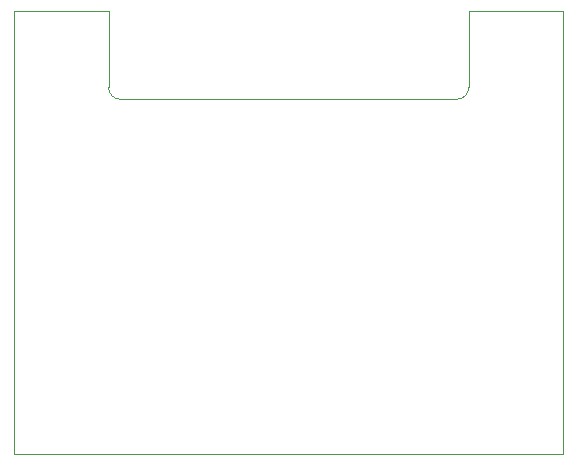
<source format=gbr>
%TF.GenerationSoftware,KiCad,Pcbnew,(6.0.5-0)*%
%TF.CreationDate,2022-05-31T15:12:58+01:00*%
%TF.ProjectId,Relay10,52656c61-7931-4302-9e6b-696361645f70,2*%
%TF.SameCoordinates,Original*%
%TF.FileFunction,Profile,NP*%
%FSLAX46Y46*%
G04 Gerber Fmt 4.6, Leading zero omitted, Abs format (unit mm)*
G04 Created by KiCad (PCBNEW (6.0.5-0)) date 2022-05-31 15:12:58*
%MOMM*%
%LPD*%
G01*
G04 APERTURE LIST*
%TA.AperFunction,Profile*%
%ADD10C,0.050000*%
%TD*%
G04 APERTURE END LIST*
D10*
X119000000Y-30500000D02*
G75*
G03*
X120000000Y-29500000I0J1000000D01*
G01*
X89500000Y-29500000D02*
G75*
G03*
X90500000Y-30500000I1000000J0D01*
G01*
X120000000Y-23000000D02*
X128000000Y-23000000D01*
X120000000Y-29500000D02*
X120000000Y-23000000D01*
X89500000Y-23000000D02*
X81500000Y-23000000D01*
X89500000Y-29500000D02*
X89500000Y-23000000D01*
X81500000Y-60500000D02*
X81500000Y-23000000D01*
X81500000Y-60500000D02*
X128000000Y-60500000D01*
X90500000Y-30500000D02*
X119000000Y-30500000D01*
X128000000Y-23000000D02*
X128000000Y-60500000D01*
M02*

</source>
